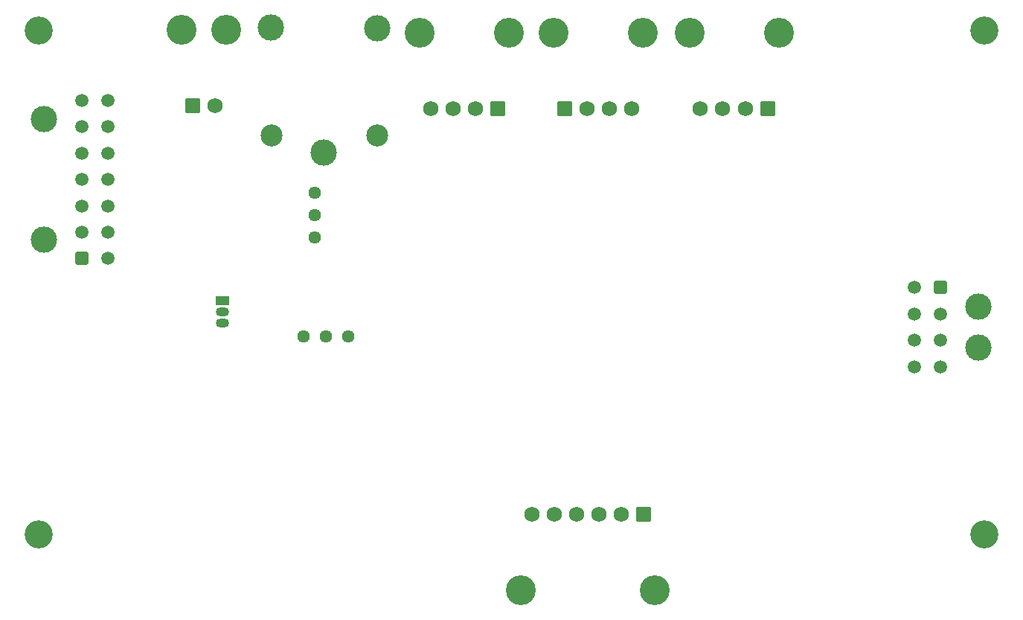
<source format=gbs>
%TF.GenerationSoftware,KiCad,Pcbnew,9.0.1*%
%TF.CreationDate,2025-06-09T14:32:15-07:00*%
%TF.ProjectId,chop-controller-heat-v2,63686f70-2d63-46f6-9e74-726f6c6c6572,rev?*%
%TF.SameCoordinates,Original*%
%TF.FileFunction,Soldermask,Bot*%
%TF.FilePolarity,Negative*%
%FSLAX46Y46*%
G04 Gerber Fmt 4.6, Leading zero omitted, Abs format (unit mm)*
G04 Created by KiCad (PCBNEW 9.0.1) date 2025-06-09 14:32:15*
%MOMM*%
%LPD*%
G01*
G04 APERTURE LIST*
G04 Aperture macros list*
%AMRoundRect*
0 Rectangle with rounded corners*
0 $1 Rounding radius*
0 $2 $3 $4 $5 $6 $7 $8 $9 X,Y pos of 4 corners*
0 Add a 4 corners polygon primitive as box body*
4,1,4,$2,$3,$4,$5,$6,$7,$8,$9,$2,$3,0*
0 Add four circle primitives for the rounded corners*
1,1,$1+$1,$2,$3*
1,1,$1+$1,$4,$5*
1,1,$1+$1,$6,$7*
1,1,$1+$1,$8,$9*
0 Add four rect primitives between the rounded corners*
20,1,$1+$1,$2,$3,$4,$5,0*
20,1,$1+$1,$4,$5,$6,$7,0*
20,1,$1+$1,$6,$7,$8,$9,0*
20,1,$1+$1,$8,$9,$2,$3,0*%
G04 Aperture macros list end*
%ADD10C,1.740000*%
%ADD11RoundRect,0.250560X0.619440X0.619440X-0.619440X0.619440X-0.619440X-0.619440X0.619440X-0.619440X0*%
%ADD12C,3.400000*%
%ADD13RoundRect,0.250560X-0.619440X-0.619440X0.619440X-0.619440X0.619440X0.619440X-0.619440X0.619440X0*%
%ADD14C,1.500000*%
%ADD15RoundRect,0.250001X0.499999X-0.499999X0.499999X0.499999X-0.499999X0.499999X-0.499999X-0.499999X0*%
%ADD16C,3.000000*%
%ADD17RoundRect,0.250001X-0.499999X0.499999X-0.499999X-0.499999X0.499999X-0.499999X0.499999X0.499999X0*%
%ADD18C,3.200000*%
%ADD19R,1.500000X1.050000*%
%ADD20O,1.500000X1.050000*%
%ADD21C,1.440000*%
%ADD22C,2.500000*%
G04 APERTURE END LIST*
D10*
%TO.C,J1*%
X134797638Y-62933323D03*
X137337638Y-62933323D03*
X139907638Y-62933323D03*
D11*
X142447638Y-62933323D03*
D12*
X133557638Y-54293323D03*
X143717638Y-54293323D03*
%TD*%
D10*
%TO.C,J2*%
X157683638Y-62933323D03*
X155143638Y-62933323D03*
X152573638Y-62933323D03*
D13*
X150033638Y-62933323D03*
D12*
X158923638Y-54293323D03*
X148763638Y-54293323D03*
%TD*%
D10*
%TO.C,J3*%
X165480888Y-62984073D03*
X168020888Y-62984073D03*
X170590888Y-62984073D03*
D11*
X173130888Y-62984073D03*
D12*
X164240888Y-54344073D03*
X174400888Y-54344073D03*
%TD*%
D10*
%TO.C,J9*%
X146320400Y-109099000D03*
X148860400Y-109099000D03*
X151370400Y-109099000D03*
X153910400Y-109099000D03*
X156480400Y-109099000D03*
D11*
X159020400Y-109099000D03*
D12*
X145050400Y-117739000D03*
X160290400Y-117739000D03*
%TD*%
D14*
%TO.C,J11*%
X98046800Y-62012800D03*
X98046800Y-65012800D03*
X98046800Y-68012800D03*
X98046800Y-71012800D03*
X98046800Y-74012800D03*
X98046800Y-77012800D03*
X98046800Y-80012800D03*
X95046800Y-62012800D03*
X95046800Y-65012800D03*
X95046800Y-68012800D03*
X95046800Y-71012800D03*
X95046800Y-74012800D03*
X95046800Y-77012800D03*
D15*
X95046800Y-80012800D03*
D16*
X90726800Y-64152800D03*
X90726800Y-77852800D03*
%TD*%
D14*
%TO.C,J12*%
X189804000Y-92300000D03*
X189804000Y-89300000D03*
X189804000Y-86300000D03*
X189804000Y-83300000D03*
X192804000Y-92300000D03*
X192804000Y-89300000D03*
X192804000Y-86300000D03*
D17*
X192804000Y-83300000D03*
D16*
X197124000Y-90160000D03*
X197124000Y-85460000D03*
%TD*%
D10*
%TO.C,J13*%
X110235638Y-62609323D03*
D13*
X107695638Y-62609323D03*
D12*
X111505638Y-53969323D03*
X106425638Y-53969323D03*
%TD*%
D18*
%TO.C,MK1*%
X90140800Y-54022000D03*
%TD*%
%TO.C,MK2*%
X197793600Y-54022000D03*
%TD*%
%TO.C,MK3*%
X197793600Y-111387000D03*
%TD*%
%TO.C,MK4*%
X90140800Y-111387000D03*
%TD*%
D19*
%TO.C,U18*%
X111082638Y-84823323D03*
D20*
X111082638Y-86093323D03*
X111082638Y-87363323D03*
%TD*%
D21*
%TO.C,RV1*%
X121602638Y-77594323D03*
X121602638Y-75054323D03*
X121602638Y-72514323D03*
%TD*%
%TO.C,RV2*%
X120322638Y-88887323D03*
X122862638Y-88887323D03*
X125402638Y-88887323D03*
%TD*%
D16*
%TO.C,K1*%
X122618638Y-67923323D03*
D22*
X128668638Y-65973323D03*
D16*
X128668638Y-53773323D03*
X116618638Y-53723323D03*
D22*
X116668638Y-65973323D03*
%TD*%
M02*

</source>
